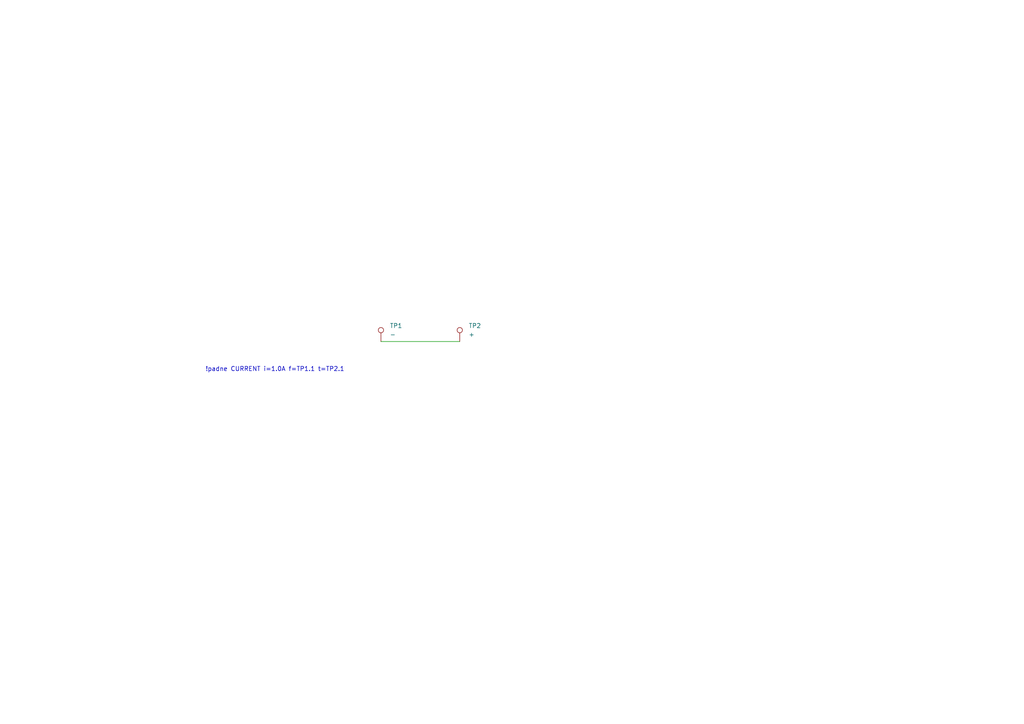
<source format=kicad_sch>
(kicad_sch (version 20231120) (generator "eeschema") (generator_version "8.0")
  (paper "A4")
  (lib_symbols
    (symbol "Connector:TestPoint" (pin_numbers hide) (pin_names (offset 0.762) hide)
      (property "Reference" "TP" (at 0 6.858 0))
      (property "Value" "TestPoint" (at 0 5.08 0))
      (symbol "TestPoint_0_1"
        (circle (center 0 3.302) (radius 0.762))
      )
      (symbol "TestPoint_1_1"
        (pin passive line (at 0 0 90) (length 2.54) (name "1") (number "1"))
      )
    )
  )
  (wire (pts (xy 110.49 99.06) (xy 133.35 99.06)))
  (text "!padne CURRENT i=1.0A f=TP1.1 t=TP2.1" (at 79.756 107.188 0) (effects (font (size 1.27 1.27))))
  (symbol (lib_id "Connector:TestPoint") (at 133.35 99.06 0) (unit 1)
    (property "Reference" "TP2" (at 135.89 94.4879 0) (effects (justify left)))
    (property "Value" "+" (at 135.89 97.0279 0) (effects (justify left)))
    (property "Footprint" "TestPoint:TestPoint_Pad_D2.0mm" (effects (hide yes)))
    (property "Description" "test point" (effects (hide yes)))
  )
  (symbol (lib_id "Connector:TestPoint") (at 110.49 99.06 0) (unit 1)
    (property "Reference" "TP1" (at 113.03 94.4879 0) (effects (justify left)))
    (property "Value" "-" (at 113.03 97.0279 0) (effects (justify left)))
    (property "Footprint" "TestPoint:TestPoint_Pad_D2.0mm" (effects (hide yes)))
    (property "Description" "test point" (effects (hide yes)))
  )
)
</source>
